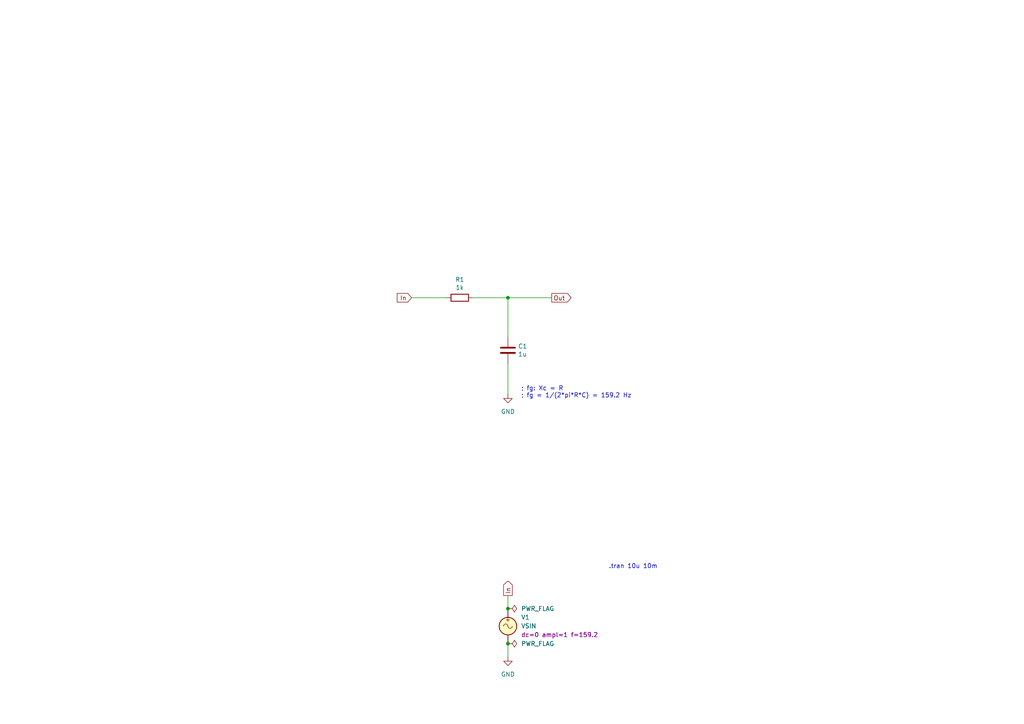
<source format=kicad_sch>
(kicad_sch (version 20230121) (generator eeschema)
  (paper "A4")
  (title_block (title "RC Voltage Current") (date "2024-02-27") (rev "1") (company "GitHub/OJStuff"))
  (lib_symbols
    (symbol "Device:C" (pin_numbers hide) (pin_names (offset 0.254))
      (property "Reference" "C" (at 0.635 2.54 0))
      (property "Value" "C" (at 0.635 -2.54 0))
      (symbol "C_0_1"
        (polyline (pts (xy -2.032 -0.762) (xy 2.032 -0.762)) (stroke (width 0.508)))
        (polyline (pts (xy -2.032 0.762) (xy 2.032 0.762)) (stroke (width 0.508)))
      )
      (symbol "C_1_1"
        (pin passive line (at 0 3.81 270) (length 2.794) (name "~") (number "1"))
        (pin passive line (at 0 -3.81 90) (length 2.794) (name "~") (number "2"))
      )
    )
    (symbol "Device:R" (pin_numbers hide) (pin_names (offset 0))
      (property "Reference" "R" (at 2.032 0 90))
      (property "Value" "R" (at 0 0 90))
      (symbol "R_0_1"
        (rectangle (start -1.016 -2.54) (end 1.016 2.54) (stroke (width 0.254)))
      )
      (symbol "R_1_1"
        (pin passive line (at 0 3.81 270) (length 1.27) (name "~") (number "1"))
        (pin passive line (at 0 -3.81 90) (length 1.27) (name "~") (number "2"))
      )
    )
    (symbol "PWR_FLAG_1" (power) (pin_numbers hide) (pin_names (offset 0) hide)
      (property "Value" "PWR_FLAG_1" (at 0 3.81 0))
      (symbol "PWR_FLAG_1_0_0"
        (pin power_out line (at 0 0 90) (length 0) (name "pwr") (number "1"))
      )
      (symbol "PWR_FLAG_1_0_1"
        (polyline (pts (xy 0 0) (xy 0 1.27) (xy -1.016 1.905) (xy 0 2.54) (xy 1.016 1.905) (xy 0 1.27)))
      )
    )
    (symbol "Simulation_SPICE:VSIN" (pin_numbers hide) (pin_names (offset 0.0254))
      (property "Reference" "V" (at 2.54 2.54 0))
      (property "Value" "VSIN" (at 2.54 0 0))
      (property "Sim.Params" "dc=0 ampl=1 f=1k ac=1" (at 2.54 -2.54 0))
      (symbol "VSIN_0_0"
        (arc (start 0 0) (mid -0.635 0.6323) (end -1.27 0))
        (arc (start 0 0) (mid 0.635 -0.6323) (end 1.27 0))
        (text "+" (at 0 1.905 0) (effects (font (size 1.27 1.27))))
      )
      (symbol "VSIN_0_1"
        (circle (center 0 0) (radius 2.54) (stroke (width 0.254)) (fill (type background)))
      )
      (symbol "VSIN_1_1"
        (pin passive line (at 0 5.08 270) (length 2.54) (name "~") (number "1"))
        (pin passive line (at 0 -5.08 90) (length 2.54) (name "~") (number "2"))
      )
    )
    (symbol "power:GND" (power) (pin_names (offset 0))
      (property "Value" "GND" (at 0 -3.81 0))
      (symbol "GND_0_1"
        (polyline (pts (xy 0 0) (xy 0 -1.27) (xy 1.27 -1.27) (xy 0 -2.54) (xy -1.27 -1.27) (xy 0 -1.27)))
      )
      (symbol "GND_1_1"
        (pin power_in line (at 0 0 270) (length 0) hide (name "GND") (number "1"))
      )
    )
  )
  (junction (at 147.32 186.69))
  (junction (at 147.32 176.53))
  (junction (at 147.32 86.36))
  (wire (pts (xy 147.32 105.41) (xy 147.32 114.3)))
  (wire (pts (xy 147.32 86.36) (xy 160.02 86.36)))
  (wire (pts (xy 119.38 86.36) (xy 129.54 86.36)))
  (wire (pts (xy 147.32 186.69) (xy 147.32 190.5)))
  (wire (pts (xy 147.32 172.72) (xy 147.32 176.53)))
  (wire (pts (xy 147.32 86.36) (xy 147.32 97.79)))
  (wire (pts (xy 137.16 86.36) (xy 147.32 86.36)))
  (text ".tran 10u 10m" (at 176.53 165.1 0) (effects (font (size 1.27 1.27)) (justify left bottom)))
  (text "; fg: Xc = R\n; fg = 1/(2*pi*R*C) = 159.2 Hz" (at 151.13 115.57 0) (effects (font (size 1.27 1.27)) (justify left bottom)))
  (global_label "In" (shape output) (at 147.32 172.72 90) (property "Intersheetrefs" "${INTERSHEET_REFS}" (effects hide)))
  (global_label "In" (shape input) (at 119.38 86.36 180) (property "Intersheetrefs" "${INTERSHEET_REFS}" (effects hide)))
  (global_label "Out" (shape output) (at 160.02 86.36 0) (property "Intersheetrefs" "${INTERSHEET_REFS}" (effects hide)))
  (symbol (lib_name "PWR_FLAG_1") (lib_id "power:PWR_FLAG") (at 147.32 186.69 270) (unit 1)
    (property "Reference" "#FLG03" (effects hide))
    (property "Value" "PWR_FLAG" (at 151.13 186.69 90) (effects (justify left)))
  )
  (symbol (lib_id "power:GND") (at 147.32 190.5 0) (unit 1)
    (property "Reference" "#PWR02" (effects hide))
    (property "Value" "GND" (at 147.32 195.58 0))
  )
  (symbol (lib_id "power:GND") (at 147.32 114.3 0) (unit 1)
    (property "Reference" "#PWR01" (effects hide))
    (property "Value" "GND" (at 147.32 119.38 0))
  )
  (symbol (lib_id "Device:R") (at 133.35 86.36 270) (unit 1)
    (property "Reference" "R1" (at 133.35 81.1022 90))
    (property "Value" "1k" (at 133.35 83.4136 90))
  )
  (symbol (lib_id "Simulation_SPICE:VSIN") (at 147.32 181.61 0) (unit 1)
    (property "Reference" "V1" (at 151.13 179.0342 0) (effects (justify left)))
    (property "Value" "VSIN" (at 151.13 181.5742 0) (effects (justify left)))
    (property "Sim.Pins" "1=+ 2=-" (effects hide))
    (property "Sim.Params" "dc=0 ampl=1 f=159.2" (at 151.13 184.1142 0) (effects (justify left)))
    (property "Sim.Type" "SIN" (effects hide))
    (property "Sim.Device" "V" (effects hide))
  )
  (symbol (lib_name "PWR_FLAG_1") (lib_id "power:PWR_FLAG") (at 147.32 176.53 270) (unit 1)
    (property "Reference" "#FLG04" (effects hide))
    (property "Value" "PWR_FLAG" (at 151.13 176.53 90) (effects (justify left)))
  )
  (symbol (lib_id "Device:C") (at 147.32 101.6 0) (unit 1)
    (property "Reference" "C1" (at 150.241 100.4316 0) (effects (justify left)))
    (property "Value" "1u" (at 150.241 102.743 0) (effects (justify left)))
  )
)
</source>
